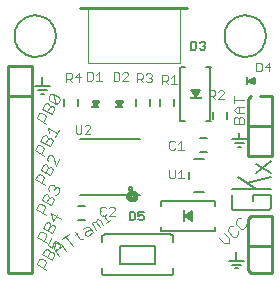
<source format=gto>
G75*
%MOIN*%
%OFA0B0*%
%FSLAX24Y24*%
%IPPOS*%
%LPD*%
%AMOC8*
5,1,8,0,0,1.08239X$1,22.5*
%
%ADD10C,0.0030*%
%ADD11C,0.0050*%
%ADD12C,0.0040*%
%ADD13R,0.0280X0.0050*%
%ADD14C,0.0100*%
%ADD15R,0.0050X0.0280*%
%ADD16C,0.0060*%
%ADD17C,0.0160*%
%ADD18C,0.0080*%
%ADD19R,0.0394X0.0079*%
%ADD20R,0.0079X0.0079*%
%ADD21C,0.0000*%
%ADD22R,0.0079X0.0394*%
D10*
X001824Y001146D02*
X001917Y001306D01*
X002001Y001329D01*
X002108Y001267D01*
X002131Y001183D01*
X002038Y001023D01*
X002145Y000961D02*
X001824Y001146D01*
X002009Y001465D02*
X002101Y001625D01*
X002185Y001648D01*
X002239Y001617D01*
X002261Y001533D01*
X002169Y001372D01*
X002329Y001280D02*
X002422Y001440D01*
X002399Y001525D01*
X002346Y001555D01*
X002261Y001533D01*
X002460Y001630D02*
X002544Y001652D01*
X002606Y001759D01*
X002583Y001844D01*
X002476Y001905D01*
X002392Y001883D01*
X002361Y001829D01*
X002353Y001691D01*
X002193Y001784D01*
X002316Y001998D01*
X002157Y002073D02*
X002064Y001913D01*
X002171Y001851D02*
X001850Y002036D01*
X001943Y002197D01*
X002027Y002219D01*
X002134Y002158D01*
X002157Y002073D01*
X002355Y002170D02*
X002448Y002331D01*
X002425Y002415D01*
X002372Y002446D01*
X002287Y002423D01*
X002195Y002263D01*
X002287Y002423D02*
X002265Y002507D01*
X002211Y002538D01*
X002127Y002516D01*
X002034Y002355D01*
X002355Y002170D01*
X002379Y002582D02*
X002502Y002796D01*
X002311Y002835D02*
X002379Y002582D01*
X002632Y002650D02*
X002311Y002835D01*
X002128Y002788D02*
X001808Y002973D01*
X001900Y003133D01*
X001985Y003156D01*
X002092Y003094D01*
X002114Y003010D01*
X002022Y002850D01*
X002313Y003107D02*
X002405Y003267D01*
X002383Y003351D01*
X002329Y003382D01*
X002245Y003360D01*
X002152Y003199D01*
X001992Y003292D02*
X002084Y003452D01*
X002169Y003475D01*
X002222Y003444D01*
X002245Y003360D01*
X002443Y003457D02*
X002528Y003479D01*
X002589Y003586D01*
X002567Y003670D01*
X002513Y003701D01*
X002429Y003679D01*
X002398Y003625D01*
X002429Y003679D02*
X002406Y003763D01*
X002353Y003794D01*
X002269Y003771D01*
X002207Y003664D01*
X002230Y003580D01*
X002094Y003783D02*
X001773Y003968D01*
X001866Y004129D01*
X001950Y004151D01*
X002057Y004090D01*
X002080Y004005D01*
X001987Y003845D01*
X002278Y004102D02*
X002371Y004263D01*
X002348Y004347D01*
X002295Y004378D01*
X002211Y004355D01*
X002118Y004195D01*
X002211Y004355D02*
X002188Y004440D01*
X002134Y004470D01*
X002050Y004448D01*
X001958Y004287D01*
X002278Y004102D01*
X002462Y004421D02*
X002372Y004758D01*
X002319Y004789D01*
X002234Y004767D01*
X002173Y004660D01*
X002195Y004576D01*
X002089Y004755D02*
X001768Y004940D01*
X001860Y005101D01*
X001945Y005123D01*
X002052Y005061D01*
X002074Y004977D01*
X001982Y004817D01*
X002112Y005167D02*
X002205Y005327D01*
X002289Y005350D01*
X002343Y005319D01*
X002365Y005234D01*
X002273Y005074D01*
X001952Y005259D01*
X002045Y005420D01*
X002129Y005442D01*
X002182Y005411D01*
X002205Y005327D01*
X002243Y005516D02*
X002198Y005685D01*
X002519Y005500D01*
X002457Y005393D02*
X002580Y005607D01*
X002146Y005821D02*
X001825Y006006D01*
X001918Y006167D01*
X002002Y006189D01*
X002109Y006127D01*
X002131Y006043D01*
X002039Y005883D01*
X002169Y006233D02*
X002262Y006393D01*
X002346Y006416D01*
X002400Y006385D01*
X002422Y006300D01*
X002330Y006140D01*
X002009Y006325D01*
X002102Y006486D01*
X002186Y006508D01*
X002239Y006477D01*
X002262Y006393D01*
X002247Y006613D02*
X002461Y006490D01*
X002370Y006827D01*
X002584Y006704D01*
X002607Y006619D01*
X002545Y006512D01*
X002461Y006490D01*
X002247Y006613D02*
X002224Y006698D01*
X002286Y006805D01*
X002370Y006827D01*
X002815Y007222D02*
X002815Y007512D01*
X002960Y007512D01*
X003008Y007464D01*
X003008Y007367D01*
X002960Y007319D01*
X002815Y007319D01*
X002912Y007319D02*
X003008Y007222D01*
X003110Y007367D02*
X003303Y007367D01*
X003255Y007222D02*
X003255Y007512D01*
X003110Y007367D01*
X003505Y007257D02*
X003650Y007257D01*
X003698Y007305D01*
X003698Y007499D01*
X003650Y007547D01*
X003505Y007547D01*
X003505Y007257D01*
X003800Y007257D02*
X003993Y007257D01*
X003896Y007257D02*
X003896Y007547D01*
X003800Y007450D01*
X004395Y007537D02*
X004395Y007247D01*
X004540Y007247D01*
X004588Y007295D01*
X004588Y007489D01*
X004540Y007537D01*
X004395Y007537D01*
X004690Y007489D02*
X004738Y007537D01*
X004835Y007537D01*
X004883Y007489D01*
X004883Y007440D01*
X004690Y007247D01*
X004883Y007247D01*
X005170Y007207D02*
X005170Y007497D01*
X005315Y007497D01*
X005363Y007449D01*
X005363Y007352D01*
X005315Y007304D01*
X005170Y007304D01*
X005267Y007304D02*
X005363Y007207D01*
X005465Y007255D02*
X005513Y007207D01*
X005610Y007207D01*
X005658Y007255D01*
X005658Y007304D01*
X005610Y007352D01*
X005561Y007352D01*
X005610Y007352D02*
X005658Y007400D01*
X005658Y007449D01*
X005610Y007497D01*
X005513Y007497D01*
X005465Y007449D01*
X006020Y007447D02*
X006020Y007157D01*
X006020Y007254D02*
X006165Y007254D01*
X006213Y007302D01*
X006213Y007399D01*
X006165Y007447D01*
X006020Y007447D01*
X006117Y007254D02*
X006213Y007157D01*
X006315Y007157D02*
X006508Y007157D01*
X006411Y007157D02*
X006411Y007447D01*
X006315Y007350D01*
X007583Y006942D02*
X007583Y006652D01*
X007583Y006749D02*
X007728Y006749D01*
X007776Y006797D01*
X007776Y006894D01*
X007728Y006942D01*
X007583Y006942D01*
X007680Y006749D02*
X007776Y006652D01*
X007878Y006652D02*
X008071Y006845D01*
X008071Y006894D01*
X008023Y006942D01*
X007926Y006942D01*
X007878Y006894D01*
X007878Y006652D02*
X008071Y006652D01*
X008392Y006617D02*
X008732Y006617D01*
X008732Y006390D02*
X008505Y006390D01*
X008392Y006277D01*
X008505Y006163D01*
X008732Y006163D01*
X008675Y006049D02*
X008732Y005993D01*
X008732Y005823D01*
X008392Y005823D01*
X008392Y005993D01*
X008449Y006049D01*
X008505Y006049D01*
X008562Y005993D01*
X008562Y005823D01*
X008562Y005993D02*
X008619Y006049D01*
X008675Y006049D01*
X008562Y006163D02*
X008562Y006390D01*
X008392Y006504D02*
X008392Y006731D01*
X009135Y007568D02*
X009280Y007568D01*
X009329Y007617D01*
X009329Y007810D01*
X009280Y007858D01*
X009135Y007858D01*
X009135Y007568D01*
X009430Y007713D02*
X009623Y007713D01*
X009575Y007568D02*
X009575Y007858D01*
X009430Y007713D01*
X006649Y005246D02*
X006649Y004956D01*
X006552Y004956D02*
X006746Y004956D01*
X006552Y005149D02*
X006649Y005246D01*
X006451Y005198D02*
X006402Y005246D01*
X006306Y005246D01*
X006257Y005198D01*
X006257Y005004D01*
X006306Y004956D01*
X006402Y004956D01*
X006451Y005004D01*
X006443Y004288D02*
X006443Y004046D01*
X006395Y003998D01*
X006298Y003998D01*
X006250Y004046D01*
X006250Y004288D01*
X006545Y004191D02*
X006641Y004288D01*
X006641Y003998D01*
X006545Y003998D02*
X006738Y003998D01*
X008287Y002405D02*
X008199Y002317D01*
X008199Y002230D01*
X008374Y002056D01*
X008461Y002056D01*
X008548Y002143D01*
X008548Y002230D01*
X008634Y002316D02*
X008722Y002316D01*
X008809Y002403D01*
X008809Y002491D01*
X008634Y002665D02*
X008547Y002665D01*
X008460Y002578D01*
X008460Y002491D01*
X008634Y002316D01*
X008374Y002405D02*
X008287Y002405D01*
X008070Y002188D02*
X008244Y002013D01*
X008244Y001839D01*
X008070Y001839D01*
X007895Y002013D01*
X004434Y002755D02*
X004241Y002755D01*
X004434Y002948D01*
X004434Y002997D01*
X004386Y003045D01*
X004289Y003045D01*
X004241Y002997D01*
X004139Y002997D02*
X004091Y003045D01*
X003994Y003045D01*
X003946Y002997D01*
X003946Y002803D01*
X003994Y002755D01*
X004091Y002755D01*
X004139Y002803D01*
X002462Y004421D02*
X002586Y004635D01*
X003177Y005488D02*
X003274Y005488D01*
X003322Y005536D01*
X003322Y005778D01*
X003424Y005730D02*
X003472Y005778D01*
X003569Y005778D01*
X003617Y005730D01*
X003617Y005681D01*
X003424Y005488D01*
X003617Y005488D01*
X003177Y005488D02*
X003129Y005536D01*
X003129Y005778D01*
X001992Y003292D02*
X002313Y003107D01*
X002009Y001465D02*
X002329Y001280D01*
D11*
X004009Y001019D02*
X004009Y000861D01*
X004010Y000844D01*
X004015Y000827D01*
X004022Y000812D01*
X004032Y000798D01*
X004044Y000786D01*
X004058Y000776D01*
X004073Y000769D01*
X004090Y000764D01*
X004107Y000763D01*
X006273Y000763D01*
X006290Y000764D01*
X006307Y000769D01*
X006322Y000776D01*
X006336Y000786D01*
X006348Y000798D01*
X006358Y000812D01*
X006365Y000827D01*
X006370Y000844D01*
X006371Y000861D01*
X006371Y001019D01*
X005781Y001157D02*
X005781Y001747D01*
X004599Y001747D01*
X004599Y001157D01*
X005781Y001157D01*
X006371Y001885D02*
X006371Y002043D01*
X006370Y002060D01*
X006365Y002077D01*
X006358Y002092D01*
X006348Y002106D01*
X006336Y002118D01*
X006322Y002128D01*
X006307Y002135D01*
X006290Y002140D01*
X006273Y002141D01*
X004147Y002141D01*
X004126Y002143D01*
X004105Y002141D01*
X004085Y002135D01*
X004066Y002126D01*
X004049Y002114D01*
X004034Y002099D01*
X004023Y002082D01*
X004014Y002063D01*
X004009Y002043D01*
X004009Y001885D01*
X005980Y002242D02*
X005980Y002392D01*
X005980Y003092D02*
X005980Y003242D01*
X007780Y003242D02*
X007780Y003092D01*
X007780Y002392D02*
X007780Y002242D01*
X008482Y001543D02*
X008482Y001243D01*
X008732Y001243D01*
X008632Y001123D02*
X008332Y001123D01*
X008432Y001002D02*
X008532Y001002D01*
X008482Y001243D02*
X008232Y001243D01*
X008524Y005058D02*
X008624Y005058D01*
X008725Y005179D02*
X008425Y005179D01*
X008325Y005299D02*
X008575Y005299D01*
X008575Y005499D01*
X008575Y005299D02*
X008825Y005299D01*
X007631Y005903D02*
X007481Y005903D01*
X006781Y005903D02*
X006631Y005903D01*
X006631Y007703D02*
X006781Y007703D01*
X007481Y007703D02*
X007631Y007703D01*
X002268Y007064D02*
X002018Y007064D01*
X002018Y007364D01*
X002018Y007064D02*
X001768Y007064D01*
X001868Y006944D02*
X002168Y006944D01*
X002067Y006823D02*
X001967Y006823D01*
D12*
X003939Y002961D02*
X003978Y002905D01*
X004057Y002793D02*
X004213Y002568D01*
X004157Y002529D02*
X004269Y002608D01*
X004042Y002449D02*
X003924Y002617D01*
X003829Y002633D01*
X003812Y002538D01*
X003930Y002370D01*
X003818Y002292D02*
X003661Y002516D01*
X003717Y002555D01*
X003812Y002538D01*
X003624Y002323D02*
X003456Y002205D01*
X003439Y002110D01*
X003535Y002093D01*
X003703Y002211D01*
X003585Y002379D01*
X003490Y002396D01*
X003378Y002317D01*
X003207Y002198D02*
X003095Y002120D01*
X003112Y002215D02*
X003269Y001991D01*
X003364Y001974D01*
X003025Y001736D02*
X002790Y002072D01*
X002678Y001994D02*
X002902Y002151D01*
X002641Y001801D02*
X002798Y001577D01*
X002680Y001745D02*
X002456Y001588D01*
X002417Y001644D02*
X002450Y001835D01*
X002641Y001801D01*
X002417Y001644D02*
X002573Y001420D01*
X004001Y002753D02*
X004057Y002793D01*
D13*
X003790Y006387D03*
X004580Y006377D03*
D14*
X001680Y000842D02*
X000880Y000842D01*
X000880Y006742D01*
X001680Y006742D01*
X001680Y007742D01*
X000880Y007742D01*
X000880Y006742D01*
X001680Y006742D02*
X001680Y000842D01*
X003790Y006412D02*
X003700Y006582D01*
X003880Y006582D01*
X003790Y006412D01*
X003767Y006455D02*
X003813Y006455D01*
X003865Y006554D02*
X003715Y006554D01*
X004490Y006582D02*
X004580Y006412D01*
X004670Y006582D01*
X004490Y006582D01*
X004505Y006554D02*
X004655Y006554D01*
X004603Y006455D02*
X004557Y006455D01*
X003289Y009691D02*
X006833Y009691D01*
X008890Y007262D02*
X009060Y007352D01*
X009060Y007172D01*
X008890Y007262D01*
X008926Y007243D02*
X009060Y007243D01*
X009060Y007342D02*
X009040Y007342D01*
X008980Y006742D02*
X008880Y006642D01*
X008880Y005742D01*
X008880Y004742D01*
X009680Y004742D01*
X009680Y005742D01*
X008880Y005742D01*
X009680Y005742D02*
X009680Y006742D01*
X009280Y006742D01*
X008980Y002742D02*
X009680Y002742D01*
X009680Y001742D01*
X008880Y001742D01*
X008880Y002642D01*
X008980Y002742D01*
X008880Y001742D02*
X008880Y000942D01*
X008980Y000842D01*
X009680Y000842D01*
X009680Y001742D01*
D15*
X008845Y007262D03*
D16*
X008179Y006205D02*
X008179Y005969D01*
X007707Y005969D02*
X007707Y006205D01*
X007621Y005906D02*
X007621Y007706D01*
X007403Y008292D02*
X007316Y008292D01*
X007272Y008336D01*
X007151Y008336D02*
X007151Y008509D01*
X007108Y008553D01*
X006978Y008553D01*
X006978Y008292D01*
X007108Y008292D01*
X007151Y008336D01*
X007272Y008509D02*
X007316Y008553D01*
X007403Y008553D01*
X007446Y008509D01*
X007446Y008466D01*
X007403Y008422D01*
X007446Y008379D01*
X007446Y008336D01*
X007403Y008292D01*
X007403Y008422D02*
X007359Y008422D01*
X006621Y007706D02*
X006621Y005906D01*
X006416Y006424D02*
X006416Y006660D01*
X005944Y006660D02*
X005944Y006424D01*
X005616Y006424D02*
X005616Y006660D01*
X005144Y006660D02*
X005144Y006424D01*
X005274Y005303D02*
X003264Y005303D01*
X003216Y006424D02*
X003216Y006660D01*
X002744Y006660D02*
X002744Y006424D01*
X003264Y003443D02*
X005274Y003443D01*
X005222Y002876D02*
X005222Y002746D01*
X005308Y002789D01*
X005352Y002789D01*
X005395Y002746D01*
X005395Y002659D01*
X005352Y002616D01*
X005265Y002616D01*
X005222Y002659D01*
X005100Y002659D02*
X005057Y002616D01*
X004927Y002616D01*
X004927Y002876D01*
X005057Y002876D01*
X005100Y002833D01*
X005100Y002659D01*
X005222Y002876D02*
X005395Y002876D01*
X005983Y003252D02*
X007783Y003252D01*
X008330Y003442D02*
X008330Y003042D01*
X008332Y003025D01*
X008336Y003008D01*
X008343Y002992D01*
X008353Y002978D01*
X008366Y002965D01*
X008380Y002955D01*
X008396Y002948D01*
X008413Y002944D01*
X008430Y002942D01*
X009530Y002942D01*
X009547Y002944D01*
X009564Y002948D01*
X009580Y002955D01*
X009594Y002965D01*
X009607Y002978D01*
X009617Y002992D01*
X009624Y003008D01*
X009628Y003025D01*
X009630Y003042D01*
X009630Y003442D01*
X009030Y003442D01*
X009030Y003242D01*
X009130Y003642D02*
X008830Y003842D01*
X009630Y004042D01*
X009630Y004192D02*
X009130Y004492D01*
X009130Y004192D02*
X009630Y004592D01*
X008830Y003842D02*
X008530Y004042D01*
X008330Y003642D02*
X009130Y003642D01*
X009630Y003642D01*
X007783Y002252D02*
X005983Y002252D01*
X003437Y002620D02*
X003201Y002620D01*
X003201Y003092D02*
X003437Y003092D01*
X007274Y004879D02*
X007510Y004879D01*
X007510Y005352D02*
X007274Y005352D01*
D17*
X004888Y003412D02*
X004890Y003433D01*
X004896Y003452D01*
X004905Y003471D01*
X004917Y003487D01*
X004933Y003501D01*
X004950Y003512D01*
X004969Y003520D01*
X004990Y003524D01*
X005010Y003524D01*
X005031Y003520D01*
X005050Y003512D01*
X005067Y003501D01*
X005083Y003487D01*
X005095Y003471D01*
X005104Y003452D01*
X005110Y003433D01*
X005112Y003412D01*
X005110Y003391D01*
X005104Y003372D01*
X005095Y003353D01*
X005083Y003337D01*
X005067Y003323D01*
X005050Y003312D01*
X005031Y003304D01*
X005010Y003300D01*
X004990Y003300D01*
X004969Y003304D01*
X004950Y003312D01*
X004933Y003323D01*
X004917Y003337D01*
X004905Y003353D01*
X004896Y003372D01*
X004890Y003391D01*
X004888Y003412D01*
D18*
X004897Y003663D02*
X004899Y003678D01*
X004905Y003691D01*
X004914Y003703D01*
X004925Y003712D01*
X004939Y003718D01*
X004954Y003720D01*
X004969Y003718D01*
X004982Y003712D01*
X004994Y003703D01*
X005003Y003692D01*
X005009Y003678D01*
X005011Y003663D01*
X005009Y003648D01*
X005003Y003635D01*
X004994Y003623D01*
X004983Y003614D01*
X004969Y003608D01*
X004954Y003606D01*
X004939Y003608D01*
X004926Y003614D01*
X004914Y003623D01*
X004905Y003634D01*
X004899Y003648D01*
X004897Y003663D01*
X006782Y002742D02*
X007018Y002585D01*
X007018Y002899D01*
X006782Y002742D01*
X006841Y002742D02*
X006959Y002663D01*
X006959Y002821D01*
X006841Y002742D01*
X006897Y002705D02*
X006959Y002705D01*
X006959Y002783D02*
X006902Y002783D01*
X007061Y003541D02*
X007399Y003541D01*
X006911Y003995D02*
X006911Y004207D01*
X007061Y004661D02*
X007399Y004661D01*
X007131Y006705D02*
X007288Y006941D01*
X006974Y006941D01*
X007131Y006705D01*
X007131Y006764D02*
X007210Y006882D01*
X007052Y006882D01*
X007131Y006764D01*
X007116Y006787D02*
X007146Y006787D01*
X007199Y006865D02*
X007063Y006865D01*
X008091Y008742D02*
X008093Y008794D01*
X008099Y008846D01*
X008109Y008897D01*
X008122Y008947D01*
X008140Y008997D01*
X008161Y009044D01*
X008185Y009090D01*
X008214Y009134D01*
X008245Y009176D01*
X008279Y009215D01*
X008316Y009252D01*
X008356Y009285D01*
X008399Y009316D01*
X008443Y009343D01*
X008489Y009367D01*
X008538Y009387D01*
X008587Y009403D01*
X008638Y009416D01*
X008689Y009425D01*
X008741Y009430D01*
X008793Y009431D01*
X008845Y009428D01*
X008897Y009421D01*
X008948Y009410D01*
X008998Y009396D01*
X009047Y009377D01*
X009094Y009355D01*
X009139Y009330D01*
X009183Y009301D01*
X009224Y009269D01*
X009263Y009234D01*
X009298Y009196D01*
X009331Y009155D01*
X009361Y009113D01*
X009387Y009068D01*
X009410Y009021D01*
X009429Y008972D01*
X009445Y008922D01*
X009457Y008872D01*
X009465Y008820D01*
X009469Y008768D01*
X009469Y008716D01*
X009465Y008664D01*
X009457Y008612D01*
X009445Y008562D01*
X009429Y008512D01*
X009410Y008463D01*
X009387Y008416D01*
X009361Y008371D01*
X009331Y008329D01*
X009298Y008288D01*
X009263Y008250D01*
X009224Y008215D01*
X009183Y008183D01*
X009139Y008154D01*
X009094Y008129D01*
X009047Y008107D01*
X008998Y008088D01*
X008948Y008074D01*
X008897Y008063D01*
X008845Y008056D01*
X008793Y008053D01*
X008741Y008054D01*
X008689Y008059D01*
X008638Y008068D01*
X008587Y008081D01*
X008538Y008097D01*
X008489Y008117D01*
X008443Y008141D01*
X008399Y008168D01*
X008356Y008199D01*
X008316Y008232D01*
X008279Y008269D01*
X008245Y008308D01*
X008214Y008350D01*
X008185Y008394D01*
X008161Y008440D01*
X008140Y008487D01*
X008122Y008537D01*
X008109Y008587D01*
X008099Y008638D01*
X008093Y008690D01*
X008091Y008742D01*
X001091Y008742D02*
X001093Y008794D01*
X001099Y008846D01*
X001109Y008897D01*
X001122Y008947D01*
X001140Y008997D01*
X001161Y009044D01*
X001185Y009090D01*
X001214Y009134D01*
X001245Y009176D01*
X001279Y009215D01*
X001316Y009252D01*
X001356Y009285D01*
X001399Y009316D01*
X001443Y009343D01*
X001489Y009367D01*
X001538Y009387D01*
X001587Y009403D01*
X001638Y009416D01*
X001689Y009425D01*
X001741Y009430D01*
X001793Y009431D01*
X001845Y009428D01*
X001897Y009421D01*
X001948Y009410D01*
X001998Y009396D01*
X002047Y009377D01*
X002094Y009355D01*
X002139Y009330D01*
X002183Y009301D01*
X002224Y009269D01*
X002263Y009234D01*
X002298Y009196D01*
X002331Y009155D01*
X002361Y009113D01*
X002387Y009068D01*
X002410Y009021D01*
X002429Y008972D01*
X002445Y008922D01*
X002457Y008872D01*
X002465Y008820D01*
X002469Y008768D01*
X002469Y008716D01*
X002465Y008664D01*
X002457Y008612D01*
X002445Y008562D01*
X002429Y008512D01*
X002410Y008463D01*
X002387Y008416D01*
X002361Y008371D01*
X002331Y008329D01*
X002298Y008288D01*
X002263Y008250D01*
X002224Y008215D01*
X002183Y008183D01*
X002139Y008154D01*
X002094Y008129D01*
X002047Y008107D01*
X001998Y008088D01*
X001948Y008074D01*
X001897Y008063D01*
X001845Y008056D01*
X001793Y008053D01*
X001741Y008054D01*
X001689Y008059D01*
X001638Y008068D01*
X001587Y008081D01*
X001538Y008097D01*
X001489Y008117D01*
X001443Y008141D01*
X001399Y008168D01*
X001356Y008199D01*
X001316Y008232D01*
X001279Y008269D01*
X001245Y008308D01*
X001214Y008350D01*
X001185Y008394D01*
X001161Y008440D01*
X001140Y008487D01*
X001122Y008537D01*
X001109Y008587D01*
X001099Y008638D01*
X001093Y008690D01*
X001091Y008742D01*
D19*
X007131Y006665D03*
D20*
X008920Y007223D03*
X004580Y006443D03*
X003790Y006453D03*
D21*
X003526Y007860D02*
X003526Y009711D01*
X003526Y007860D02*
X006596Y007860D01*
X006596Y009711D01*
D22*
X006742Y002742D03*
M02*

</source>
